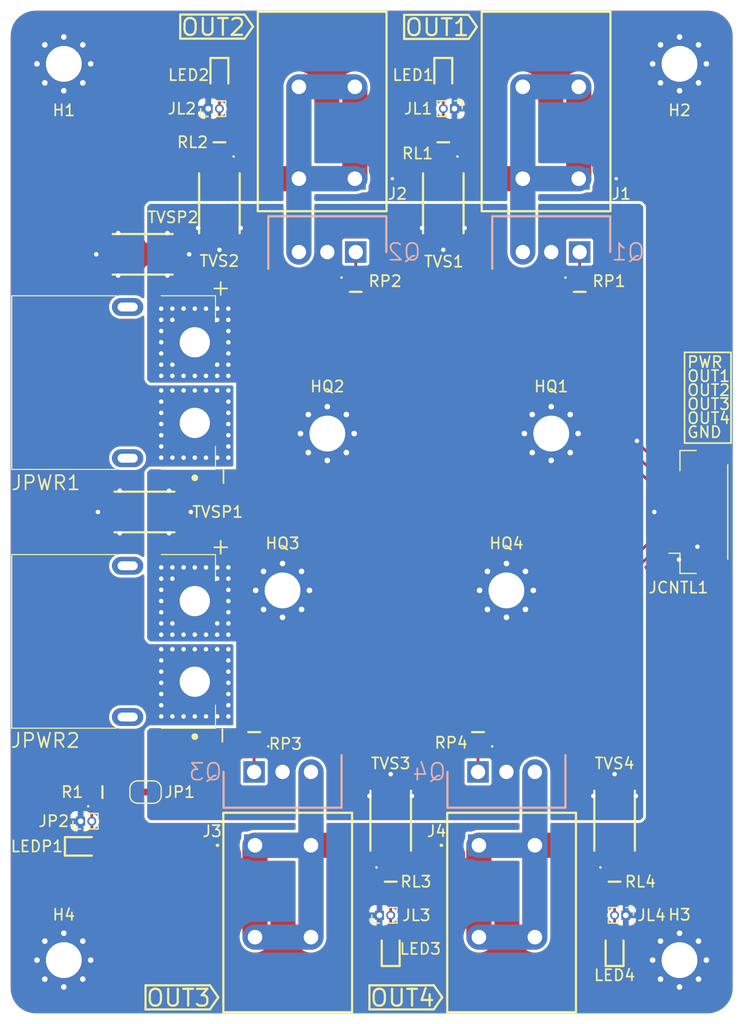
<source format=kicad_pcb>
(kicad_pcb (version 20211014) (generator pcbnew)
  (title_block (title "Solid State Relay 24 Volt by 4") (date "2022-09-02") (rev "0.0.1") (comment 2 "creativecommons.org/licenses/by/4.0/") (comment 3 "License: CC By 4.0") (comment 4 "Author: Michael Cummings"))
  (layers (0 "F.Cu" mixed) (31 "B.Cu" mixed) (34 "B.Paste" user) (35 "F.Paste" user) (36 "B.SilkS" user "B.Silkscreen") (37 "F.SilkS" user "F.Silkscreen") (38 "B.Mask" user) (39 "F.Mask" user) (44 "Edge.Cuts" user))
  (net 0 "")
  (net 1 "GNDPWR")
  (net 2 "+BATT")
  (net 3 "OUT1")
  (net 4 "OUT2")
  (net 5 "OUT3")
  (net 6 "OUT4")
  (net 7 "/a4")
  (net 8 "/a3")
  (net 9 "/a2")
  (net 10 "/a1")
  (net 11 "Net-(JL1-Pad2)")
  (net 12 "Net-(JL2-Pad2)")
  (net 13 "Net-(JL3-Pad2)")
  (net 14 "Net-(JL4-Pad2)")
  (net 15 "Net-(JP1-Pad2)")
  (net 16 "Net-(JP2-Pad2)")
  (footprint "dragon_mobile:LEDC1608X80N" (layer "F.Cu") (at 22.2 90.35)
    (fp_text reference "LEDP1" (at -4.1 0) (layer "F.SilkS"))
    (fp_text value "LTST-C190KGKT" hide)
    (pad "1" smd rect (at -0.8 0) (size 0.9 0.95) (layers "F.Cu" "F.Paste" "F.Mask") (net 1 "GNDPWR"))
    (pad "2" smd rect (at 0.8 0) (size 0.9 0.95) (layers "F.Cu" "F.Paste" "F.Mask") (net 16 "Net-(JP2-Pad2)"))
  )
  (footprint "dragon_mobile:RESC2012X65N" (layer "F.Cu") (at 66.58 40.85 -90)
    (fp_text reference "RP1" (at -0.95 -2.62) (layer "F.SilkS"))
    (fp_text value "10k" hide)
    (pad "1" smd rect (at -0.95 0 270) (size 1 1.4) (layers "F.Cu" "F.Paste" "F.Mask") (net 10 "/a1"))
    (pad "2" smd rect (at 0.95 0 270) (size 1 1.4) (layers "F.Cu" "F.Paste" "F.Mask") (net 2 "+BATT"))
  )
  (footprint "dragon_mobile:PinHeader_1x02_P1.00mm_Vertical" (layer "F.Cu") (at 22 88.1 90)
    (fp_text reference "JP2" (at 0 -2.4) (layer "F.SilkS"))
    (fp_text value "Conn_01x02" hide)
    (pad "1" thru_hole rect (at 0 0 90) (size 0.8 0.8) (drill 0.5) (layers *.Cu *.Mask) (net 1 "GNDPWR"))
    (pad "2" thru_hole circle (at 0 1 90) (size 0.8 0.8) (drill 0.5) (layers *.Cu *.Mask) (net 16 "Net-(JP2-Pad2)"))
  )
  (footprint "dragon_mobile:PinHeader_1x02_P1.00mm_Vertical" (layer "F.Cu") (at 33.4 24.5 90)
    (fp_text reference "JL2" (at 0 -2.35) (layer "F.SilkS"))
    (fp_text value "Conn_01x02" hide)
    (pad "1" thru_hole rect (at 0 0 90) (size 0.8 0.8) (drill 0.5) (layers *.Cu *.Mask) (net 1 "GNDPWR"))
    (pad "2" thru_hole circle (at 0 1 90) (size 0.8 0.8) (drill 0.5) (layers *.Cu *.Mask) (net 12 "Net-(JL2-Pad2)"))
  )
  (footprint "dragon_mobile:SMBJ36CATR" (layer "F.Cu") (at 69.7 88.05 -90)
    (fp_text reference "TVS4" (at -5.1 0) (layer "F.SilkS"))
    (fp_text value "SM6T33AY" hide)
    (pad "1" smd rect (at -2.2 0) (size 2.15 2.2) (layers "F.Cu" "F.Paste" "F.Mask") (net 2 "+BATT"))
    (pad "2" smd rect (at 2.2 0) (size 2.15 2.2) (layers "F.Cu" "F.Paste" "F.Mask") (net 6 "OUT4"))
  )
  (footprint "dragon_mobile:SMBJ36CATR" (layer "F.Cu") (at 34.4 32.95 90)
    (fp_text reference "TVS2" (at -5.15 0) (layer "F.SilkS"))
    (fp_text value "SM6T33AY" hide)
    (pad "1" smd rect (at -2.2 0 180) (size 2.15 2.2) (layers "F.Cu" "F.Paste" "F.Mask") (net 2 "+BATT"))
    (pad "2" smd rect (at 2.2 0 180) (size 2.15 2.2) (layers "F.Cu" "F.Paste" "F.Mask") (net 4 "OUT2"))
  )
  (footprint "dragon_mobile:SMBJ36CATR" (layer "F.Cu") (at 49.7 88.05 -90)
    (fp_text reference "TVS3" (at -5.1 0) (layer "F.SilkS"))
    (fp_text value "SM6T33AY" hide)
    (pad "1" smd rect (at -2.2 0) (size 2.15 2.2) (layers "F.Cu" "F.Paste" "F.Mask") (net 2 "+BATT"))
    (pad "2" smd rect (at 2.2 0) (size 2.15 2.2) (layers "F.Cu" "F.Paste" "F.Mask") (net 5 "OUT3"))
  )
  (footprint "Jumper:SolderJumper-2_P1.3mm_Bridged_RoundedPad1.0x1.5mm" (layer "F.Cu") (at 27.8 85.5 180)
    (fp_text reference "JP1" (at -3.05 0) (layer "F.SilkS"))
    (fp_text value "SolderJumper_2_Bridged" hide)
    (fp_poly (pts (xy 0.25 -0.3) (xy -0.25 -0.3) (xy -0.25 0.3) (xy 0.25 0.3)) (layer "F.Cu") (width 0) (fill solid))
    (pad "1" smd custom (at -0.65 0 180) (size 1 0.5) (layers "F.Cu" "F.Mask") (net 2 "+BATT") (options (clearance outline) (anchor rect)) (primitives (gr_circle (center 0 0.25) (end 0.5 0.25) (width 0) (fill yes)) (gr_circle (center 0 -0.25) (end 0.5 -0.25) (width 0) (fill yes)) (gr_poly (pts (xy 0.5 0.75) (xy 0 0.75) (xy 0 -0.75) (xy 0.5 -0.75)) (width 0) (fill yes))))
    (pad "2" smd custom (at 0.65 0 180) (size 1 0.5) (layers "F.Cu" "F.Mask") (net 15 "Net-(JP1-Pad2)") (options (clearance outline) (anchor rect)) (primitives (gr_circle (center 0 0.25) (end 0.5 0.25) (width 0) (fill yes)) (gr_circle (center 0 -0.25) (end 0.5 -0.25) (width 0) (fill yes)) (gr_poly (pts (xy 0 0.75) (xy -0.5 0.75) (xy -0.5 -0.75) (xy 0 -0.75)) (width 0) (fill yes))))
  )
  (footprint "dragon_mobile:LEDC1607X80N" (layer "F.Cu") (at 34.4 21.5 -90)
    (fp_text reference "LED2" (at 0 2.75) (layer "F.SilkS"))
    (fp_text value "LTST-C190KFKT" hide)
    (pad "1" smd rect (at -0.75 0) (size 0.85 0.9) (layers "F.Cu" "F.Paste" "F.Mask") (net 1 "GNDPWR"))
    (pad "2" smd rect (at 0.75 0) (size 0.85 0.9) (layers "F.Cu" "F.Paste" "F.Mask") (net 12 "Net-(JL2-Pad2)"))
  )
  (footprint "MountingHole:MountingHole_3.2mm_M3_Pad_Via" (layer "F.Cu") (at 40.04 67.5)
    (fp_text reference "HQ3" (at 0 -4.2) (layer "F.SilkS"))
    (fp_text value "HeatsinkHole" hide)
    (pad "1" thru_hole circle (at 0 2.4) (size 0.8 0.8) (drill 0.5) (layers *.Cu *.Mask) (net 2 "+BATT"))
    (pad "1" thru_hole circle (at -1.697056 1.697056) (size 0.8 0.8) (drill 0.5) (layers *.Cu *.Mask) (net 2 "+BATT"))
    (pad "1" thru_hole circle (at -1.697056 -1.697056) (size 0.8 0.8) (drill 0.5) (layers *.Cu *.Mask) (net 2 "+BATT"))
    (pad "1" thru_hole circle (at -2.4 0) (size 0.8 0.8) (drill 0.5) (layers *.Cu *.Mask) (net 2 "+BATT"))
    (pad "1" thru_hole circle (at 0 -2.4) (size 0.8 0.8) (drill 0.5) (layers *.Cu *.Mask) (net 2 "+BATT"))
    (pad "1" thru_hole circle (at 1.697056 -1.697056) (size 0.8 0.8) (drill 0.5) (layers *.Cu *.Mask) (net 2 "+BATT"))
    (pad "1" thru_hole circle (at 0 0) (size 6.4 6.4) (drill 3.2) (layers *.Cu *.Mask) (net 2 "+BATT"))
    (pad "1" thru_hole circle (at 1.697056 1.697056) (size 0.8 0.8) (drill 0.5) (layers *.Cu *.Mask) (net 2 "+BATT"))
    (pad "1" thru_hole circle (at 2.4 0) (size 0.8 0.8) (drill 0.5) (layers *.Cu *.Mask) (net 2 "+BATT"))
  )
  (footprint "dragon_mobile:RESC2012X65N" (layer "F.Cu") (at 54.4 27.5 90)
    (fp_text reference "RL1" (at -1 -2.3) (layer "F.SilkS"))
    (fp_text value "1k5" hide)
    (pad "1" smd rect (at -0.95 0 90) (size 1 1.4) (layers "F.Cu" "F.Paste" "F.Mask") (net 3 "OUT1"))
    (pad "2" smd rect (at 0.95 0 90) (size 1 1.4) (layers "F.Cu" "F.Paste" "F.Mask") (net 11 "Net-(JL1-Pad2)"))
  )
  (footprint "dragon_mobile:1190297" (layer "F.Cu") (at 37.58 90.25)
    (fp_text reference "J3" (at -3.83 -1.25) (layer "F.SilkS"))
    (fp_text value "1190297" hide)
    (pad "1" thru_hole rect (at 0 0) (size 1.95 1.95) (drill 1.3) (layers *.Cu *.Mask) (net 5 "OUT3"))
    (pad "2" thru_hole circle (at 0 8.2) (size 1.95 1.95) (drill 1.3) (layers *.Cu *.Mask) (net 5 "OUT3"))
    (pad "3" thru_hole circle (at 5 0) (size 1.95 1.95) (drill 1.3) (layers *.Cu *.Mask) (net 5 "OUT3"))
    (pad "4" thru_hole circle (at 5 8.2) (size 1.95 1.95) (drill 1.3) (layers *.Cu *.Mask) (net 5 "OUT3"))
  )
  (footprint "MountingHole:MountingHole_3.2mm_M3_Pad_Via" (layer "F.Cu") (at 20.5 20.5)
    (fp_text reference "H1" (at 0 4.15) (layer "F.SilkS"))
    (fp_text value "MountingHole" hide)
    (pad "1" thru_hole circle (at 1.697056 -1.697056) (size 0.8 0.8) (drill 0.5) (layers *.Cu *.Mask) (net 1 "GNDPWR"))
    (pad "1" thru_hole circle (at 0 2.4) (size 0.8 0.8) (drill 0.5) (layers *.Cu *.Mask) (net 1 "GNDPWR"))
    (pad "1" thru_hole circle (at 0 -2.4) (size 0.8 0.8) (drill 0.5) (layers *.Cu *.Mask) (net 1 "GNDPWR"))
    (pad "1" thru_hole circle (at 1.697056 1.697056) (size 0.8 0.8) (drill 0.5) (layers *.Cu *.Mask) (net 1 "GNDPWR"))
    (pad "1" thru_hole circle (at -2.4 0) (size 0.8 0.8) (drill 0.5) (layers *.Cu *.Mask) (net 1 "GNDPWR"))
    (pad "1" thru_hole circle (at -1.697056 1.697056) (size 0.8 0.8) (drill 0.5) (layers *.Cu *.Mask) (net 1 "GNDPWR"))
    (pad "1" thru_hole circle (at -1.697056 -1.697056) (size 0.8 0.8) (drill 0.5) (layers *.Cu *.Mask) (net 1 "GNDPWR"))
    (pad "1" thru_hole circle (at 2.4 0) (size 0.8 0.8) (drill 0.5) (layers *.Cu *.Mask) (net 1 "GNDPWR"))
    (pad "1" thru_hole circle (at 0 0) (size 6.4 6.4) (drill 3.2) (layers *.Cu *.Mask) (net 1 "GNDPWR"))
  )
  (footprint "dragon_mobile:RESC2012X65N" (layer "F.Cu") (at 23.95 85.5)
    (fp_text reference "R1" (at -2.7 0) (layer "F.SilkS"))
    (fp_text value "1k5" hide)
    (pad "1" smd rect (at -0.95 0) (size 1 1.4) (layers "F.Cu" "F.Paste" "F.Mask") (net 16 "Net-(JP2-Pad2)"))
    (pad "2" smd rect (at 0.95 0) (size 1 1.4) (layers "F.Cu" "F.Paste" "F.Mask") (net 15 "Net-(JP1-Pad2)"))
  )
  (footprint "dragon_mobile:RESC2012X65N" (layer "F.Cu") (at 46.58 40.85 -90)
    (fp_text reference "RP2" (at -0.95 -2.62) (layer "F.SilkS"))
    (fp_text value "10k" hide)
    (pad "1" smd rect (at -0.95 0 270) (size 1 1.4) (layers "F.Cu" "F.Paste" "F.Mask") (net 9 "/a2"))
    (pad "2" smd rect (at 0.95 0 270) (size 1 1.4) (layers "F.Cu" "F.Paste" "F.Mask") (net 2 "+BATT"))
  )
  (footprint "MountingHole:MountingHole_3.2mm_M3_Pad_Via" (layer "F.Cu") (at 44.04 53.5)
    (fp_text reference "HQ2" (at 0 -4.2) (layer "F.SilkS"))
    (fp_text value "HeatsinkHole" hide)
    (pad "1" thru_hole circle (at -2.4 0) (size 0.8 0.8) (drill 0.5) (layers *.Cu *.Mask) (net 2 "+BATT"))
    (pad "1" thru_hole circle (at 1.697056 -1.697056) (size 0.8 0.8) (drill 0.5) (layers *.Cu *.Mask) (net 2 "+BATT"))
    (pad "1" thru_hole circle (at 1.697056 1.697056) (size 0.8 0.8) (drill 0.5) (layers *.Cu *.Mask) (net 2 "+BATT"))
    (pad "1" thru_hole circle (at 0 -2.4) (size 0.8 0.8) (drill 0.5) (layers *.Cu *.Mask) (net 2 "+BATT"))
    (pad "1" thru_hole circle (at -1.697056 1.697056) (size 0.8 0.8) (drill 0.5) (layers *.Cu *.Mask) (net 2 "+BATT"))
    (pad "1" thru_hole circle (at -1.697056 -1.697056) (size 0.8 0.8) (drill 0.5) (layers *.Cu *.Mask) (net 2 "+BATT"))
    (pad "1" thru_hole circle (at 0 2.4) (size 0.8 0.8) (drill 0.5) (layers *.Cu *.Mask) (net 2 "+BATT"))
    (pad "1" thru_hole circle (at 0 0) (size 6.4 6.4) (drill 3.2) (layers *.Cu *.Mask) (net 2 "+BATT"))
    (pad "1" thru_hole circle (at 2.4 0) (size 0.8 0.8) (drill 0.5) (layers *.Cu *.Mask) (net 2 "+BATT"))
  )
  (footprint "Connector_JST:JST_GH_SM06B-GHS-TB_1x06-1MP_P1.25mm_Horizontal" (layer "F.Cu") (at 77.25 60.5 90)
    (fp_text reference "JCNTL1" (at -6.75 -1.85 180) (layer "F.SilkS"))
    (fp_text value "JST_GH_01x6_MountingPins" hide)
    (pad "1" smd roundrect (at -3.125 -1.85 90) (size 0.6 1.7) (layers "F.Cu" "F.Paste" "F.Mask") (net 1 "GNDPWR"))
    (pad "2" smd roundrect (at -1.875 -1.85 90) (size 0.6 1.7) (layers "F.Cu" "F.Paste" "F.Mask") (net 7 "/a4"))
    (pad "3" smd roundrect (at -0.625 -1.85 90) (size 0.6 1.7) (layers "F.Cu" "F.Paste" "F.Mask") (net 8 "/a3"))
    (pad "4" smd roundrect (at 0.625 -1.85 90) (size 0.6 1.7) (layers "F.Cu" "F.Paste" "F.Mask") (net 9 "/a2"))
    (pad "5" smd roundrect (at 1.875 -1.85 90) (size 0.6 1.7) (layers "F.Cu" "F.Paste" "F.Mask") (net 10 "/a1"))
    (pad "6" smd roundrect (at 3.125 -1.85 90) (size 0.6 1.7) (layers "F.Cu" "F.Paste" "F.Mask") (net 2 "+BATT"))
    (pad "MP" smd roundrect (at 4.975 1.35 90) (size 1 2.7) (layers "F.Cu" "F.Paste" "F.Mask") (net 1 "GNDPWR"))
    (pad "MP" smd roundrect (at -4.975 1.35 90) (size 1 2.7) (layers "F.Cu" "F.Paste" "F.Mask") (net 1 "GNDPWR"))
  )
  (footprint "dragon_mobile:RESC2012X65N" (layer "F.Cu") (at 57.5 80.15 90)
    (fp_text reference "RP4" (at -0.95 -2.4) (layer "F.SilkS"))
    (fp_text value "10k" hide)
    (pad "1" smd rect (at -0.95 0 90) (size 1 1.4) (layers "F.Cu" "F.Paste" "F.Mask") (net 7 "/a4"))
    (pad "2" smd rect (at 0.95 0 90) (size 1 1.4) (layers "F.Cu" "F.Paste" "F.Mask") (net 2 "+BATT"))
  )
  (footprint "dragon_mobile:XT60PWM" (layer "F.Cu") (at 32.2 48.95 90)
    (fp_text reference "JPWR1" (at -8.95 -13.3) (layer "F.SilkS") (effects (font (size 1.27 1.27))))
    (fp_text value "XT60PW-M" hide)
    (fp_text user "-" (at -8.4 2.45 90 unlocked) (layer "F.SilkS") (effects (font (size 1.5 1.5))))
    (fp_text user "+" (at 8.4 2.2 90 unlocked) (layer "F.SilkS") (effects (font (size 1.5 1.5))))
    (pad "" np_thru_hole oval (at -6.75 -6 90) (size 1.6 2.8) (drill oval 0.8 1.8) (layers F&B.Cu *.Mask))
    (pad "" np_thru_hole oval (at 6.75 -6 90) (size 1.6 2.8) (drill oval 0.8 1.8) (layers F&B.Cu *.Mask))
    (pad "N" thru_hole rect (at -3.6 0 90) (size 4.05 4.05) (drill 2.7) (layers *.Cu *.Mask) (net 1 "GNDPWR"))
    (pad "P" thru_hole circle (at 3.6 0 90) (size 4.05 4.05) (drill 2.7) (layers *.Cu *.Mask) (net 2 "+BATT"))
  )
  (footprint "dragon_mobile:RESC2012X65N" (layer "F.Cu") (at 69.7 93.5 -90)
    (fp_text reference "RL4" (at 0 -2.3) (layer "F.SilkS"))
    (fp_text value "1k5" hide)
    (pad "1" smd rect (at -0.95 0 270) (size 1 1.4) (layers "F.Cu" "F.Paste" "F.Mask") (net 6 "OUT4"))
    (pad "2" smd rect (at 0.95 0 270) (size 1 1.4) (layers "F.Cu" "F.Paste" "F.Mask") (net 14 "Net-(JL4-Pad2)"))
  )
  (footprint "MountingHole:MountingHole_3.2mm_M3_Pad_Via" (layer "F.Cu") (at 64.04 53.5)
    (fp_text reference "HQ1" (at 0 -4.2) (layer "F.SilkS"))
    (fp_text value "HeatsinkHole" hide)
    (pad "1" thru_hole circle (at 0 2.4) (size 0.8 0.8) (drill 0.5) (layers *.Cu *.Mask) (net 2 "+BATT"))
    (pad "1" thru_hole circle (at -1.697056 1.697056) (size 0.8 0.8) (drill 0.5) (layers *.Cu *.Mask) (net 2 "+BATT"))
    (pad "1" thru_hole circle (at 1.697056 1.697056) (size 0.8 0.8) (drill 0.5) (layers *.Cu *.Mask) (net 2 "+BATT"))
    (pad "1" thru_hole circle (at -1.697056 -1.697056) (size 0.8 0.8) (drill 0.5) (layers *.Cu *.Mask) (net 2 "+BATT"))
    (pad "1" thru_hole circle (at 0 -2.4) (size 0.8 0.8) (drill 0.5) (layers *.Cu *.Mask) (net 2 "+BATT"))
    (pad "1" thru_hole circle (at -2.4 0) (size 0.8 0.8) (drill 0.5) (layers *.Cu *.Mask) (net 2 "+BATT"))
    (pad "1" thru_hole circle (at 1.697056 -1.697056) (size 0.8 0.8) (drill 0.5) (layers *.Cu *.Mask) (net 2 "+BATT"))
    (pad "1" thru_hole circle (at 2.4 0) (size 0.8 0.8) (drill 0.5) (layers *.Cu *.Mask) (net 2 "+BATT"))
    (pad "1" thru_hole circle (at 0 0) (size 6.4 6.4) (drill 3.2) (layers *.Cu *.Mask) (net 2 "+BATT"))
  )
  (footprint "dragon_mobile:PinHeader_1x02_P1.00mm_Vertical" (layer "F.Cu") (at 70.7 96.5 -90)
    (fp_text reference "JL4" (at 0 -2.3) (layer "F.SilkS"))
    (fp_text value "Conn_01x02" hide)
    (pad "1" thru_hole rect (at 0 0 270) (size 0.8 0.8) (drill 0.5) (layers *.Cu *.Mask) (net 1 "GNDPWR"))
    (pad "2" thru_hole circle (at 0 1 270) (size 0.8 0.8) (drill 0.5) (layers *.Cu *.Mask) (net 14 "Net-(JL4-Pad2)"))
  )
  (footprint "MountingHole:MountingHole_3.2mm_M3_Pad_Via" (layer "F.Cu") (at 60.04 67.5)
    (fp_text reference "HQ4" (at 0 -4.2) (layer "F.SilkS"))
    (fp_text value "HeatsinkHole" hide)
    (pad "1" thru_hole circle (at 1.697056 -1.697056) (size 0.8 0.8) (drill 0.5) (layers *.Cu *.Mask) (net 2 "+BATT"))
    (pad "1" thru_hole circle (at 0 0) (size 6.4 6.4) (drill 3.2) (layers *.Cu *.Mask) (net 2 "+BATT"))
    (pad "1" thru_hole circle (at 1.697056 1.697056) (size 0.8 0.8) (drill 0.5) (layers *.Cu *.Mask) (net 2 "+BATT"))
    (pad "1" thru_hole circle (at 0 2.4) (size 0.8 0.8) (drill 0.5) (layers *.Cu *.Mask) (net 2 "+BATT"))
    (pad "1" thru_hole circle (at -1.697056 -1.697056) (size 0.8 0.8) (drill 0.5) (layers *.Cu *.Mask) (net 2 "+BATT"))
    (pad "1" thru_hole circle (at -1.697056 1.697056) (size 0.8 0.8) (drill 0.5) (layers *.Cu *.Mask) (net 2 "+BATT"))
    (pad "1" thru_hole circle (at 0 -2.4) (size 0.8 0.8) (drill 0.5) (layers *.Cu *.Mask) (net 2 "+BATT"))
    (pad "1" thru_hole circle (at 2.4 0) (size 0.8 0.8) (drill 0.5) (layers *.Cu *.Mask) (net 2 "+BATT"))
    (pad "1" thru_hole circle (at -2.4 0) (size 0.8 0.8) (drill 0.5) (layers *.Cu *.Mask) (net 2 "+BATT"))
  )
  (footprint "MountingHole:MountingHole_3.2mm_M3_Pad_Via" (layer "F.Cu") (at 20.5 100.5)
    (fp_text reference "H4" (at 0 -4.05) (layer "F.SilkS"))
    (fp_text value "MountingHole" hide)
    (pad "1" thru_hole circle (at 1.697056 -1.697056) (size 0.8 0.8) (drill 0.5) (layers *.Cu *.Mask) (net 1 "GNDPWR"))
    (pad "1" thru_hole circle (at -1.697056 -1.697056) (size 0.8 0.8) (drill 0.5) (layers *.Cu *.Mask) (net 1 "GNDPWR"))
    (pad "1" thru_hole circle (at 2.4 0) (size 0.8 0.8) (drill 0.5) (layers *.Cu *.Mask) (net 1 "GNDPWR"))
    (pad "1" thru_hole circle (at -2.4 0) (size 0.8 0.8) (drill 0.5) (layers *.Cu *.Mask) (net 1 "GNDPWR"))
    (pad "1" thru_hole circle (at 0 0) (size 6.4 6.4) (drill 3.2) (layers *.Cu *.Mask) (net 1 "GNDPWR"))
    (pad "1" thru_hole circle (at 0 -2.4) (size 0.8 0.8) (drill 0.5) (layers *.Cu *.Mask) (net 1 "GNDPWR"))
    (pad "1" thru_hole circle (at 0 2.4) (size 0.8 0.8) (drill 0.5) (layers *.Cu *.Mask) (net 1 "GNDPWR"))
    (pad "1" thru_hole circle (at 1.697056 1.697056) (size 0.8 0.8) (drill 0.5) (layers *.Cu *.Mask) (net 1 "GNDPWR"))
    (pad "1" thru_hole circle (at -1.697056 1.697056) (size 0.8 0.8) (drill 0.5) (layers *.Cu *.Mask) (net 1 "GNDPWR"))
  )
  (footprint "dragon_mobile:SMBJ36CATR" (layer "F.Cu") (at 27.7 60.5 180)
    (fp_text reference "TVSP1" (at -6.55 0) (layer "F.SilkS"))
    (fp_text value "SM6T33AY" hide)
    (pad "1" smd rect (at -2.2 0 270) (size 2.15 2.2) (layers "F.Cu" "F.Paste" "F.Mask") (net 2 "+BATT"))
    (pad "2" smd rect (at 2.2 0 270) (size 2.15 2.2) (layers "F.Cu" "F.Paste" "F.Mask") (net 1 "GNDPWR"))
  )
  (footprint "dragon_mobile:RESC2012X65N" (layer "F.Cu") (at 49.7 93.5 -90)
    (fp_text reference "RL3" (at 0 -2.25) (layer "F.SilkS"))
    (fp_text value "1k5" hide)
    (pad "1" smd rect (at -0.95 0 270) (size 1 1.4) (layers "F.Cu" "F.Paste" "F.Mask") (net 5 "OUT3"))
    (pad "2" smd rect (at 0.95 0 270) (size 1 1.4) (layers "F.Cu" "F.Paste" "F.Mask") (net 13 "Net-(JL3-Pad2)"))
  )
  (footprint "dragon_mobile:1190297" (layer "F.Cu") (at 57.58 90.25)
    (fp_text reference "J4" (at -3.78 -1.25) (layer "F.SilkS"))
    (fp_text value "1190297" hide)
    (pad "1" thru_hole rect (at 0 0) (size 1.95 1.95) (drill 1.3) (layers *.Cu *.Mask) (net 6 "OUT4"))
    (pad "2" thru_hole circle (at 0 8.2) (size 1.95 1.95) (drill 1.3) (layers *.Cu *.Mask) (net 6 "OUT4"))
    (pad "3" thru_hole circle (at 5 0) (size 1.95 1.95) (drill 1.3) (layers *.Cu *.Mask) (net 6 "OUT4"))
    (pad "4" thru_hole circle (at 5 8.2) (size 1.95 1.95) (drill 1.3) (layers *.Cu *.Mask) (net 6 "OUT4"))
  )
  (footprint "dragon_mobile:1190297" (layer "F.Cu") (at 66.5 30.75 180)
    (fp_text reference "J1" (at -3.8 -1.35) (layer "F.SilkS"))
    (fp_text value "1190297" hide)
    (pad "1" thru_hole rect (at 0 0 180) (size 1.95 1.95) (drill 1.3) (layers *.Cu *.Mask) (net 3 "OUT1"))
    (pad "2" thru_hole circle (at 0 8.2 180) (size 1.95 1.95) (drill 1.3) (layers *.Cu *.Mask) (net 3 "OUT1"))
    (pad "3" thru_hole circle (at 5 0 180) (size 1.95 1.95) (drill 1.3) (layers *.Cu *.Mask) (net 3 "OUT1"))
    (pad "4" thru_hole circle (at 5 8.2 180) (size 1.95 1.95) (drill 1.3) (layers *.Cu *.Mask) (net 3 "OUT1"))
  )
  (footprint "dragon_mobile:LEDC1607X80N" (layer "F.Cu") (at 54.4 21.5 -90)
    (fp_text reference "LED1" (at 0 2.7) (layer "F.SilkS"))
    (fp_text value "LTST-C190KFKT" hide)
    (pad "1" smd rect (at -0.75 0) (size 0.85 0.9) (layers "F.Cu" "F.Paste" "F.Mask") (net 1 "GNDPWR"))
    (pad "2" smd rect (at 0.75 0) (size 0.85 0.9) (layers "F.Cu" "F.Paste" "F.Mask") (net 11 "Net-(JL1-Pad2)"))
  )
  (footprint "dragon_mobile:LEDC1607X80N" (layer "F.Cu") (at 69.7 99.5 90)
    (fp_text reference "LED4" (at -2.35 0) (layer "F.SilkS"))
    (fp_text value "LTST-C190KFKT" hide)
    (pad "1" smd rect (at -0.75 0 180) (size 0.85 0.9) (layers "F.Cu" "F.Paste" "F.Mask") (net 1 "GNDPWR"))
    (pad "2" smd rect (at 0.75 0 180) (size 0.85 0.9) (layers "F.Cu" "F.Paste" "F.Mask") (net 14 "Net-(JL4-Pad2)"))
  )
  (footprint "dragon_mobile:PinHeader_1x02_P1.00mm_Vertical" (layer "F.Cu") (at 48.7 96.5 90)
    (fp_text reference "JL3" (at 0 3.3) (layer "F.SilkS"))
    (fp_text value "Conn_01x02" hide)
    (pad "1" thru_hole rect (at 0 0 90) (size 0.8 0.8) (drill 0.5) (layers *.Cu *.Mask) (net 1 "GNDPWR"))
    (pad "2" thru_hole circle (at 0 1 90) (size 0.8 0.8) (drill 0.5) (layers *.Cu *.Mask) (net 13 "Net-(JL3-Pad2)"))
  )
  (footprint "dragon_mobile:RESC2012X65N" (layer "F.Cu") (at 37.5 80.15 90)
    (fp_text reference "RP3" (at -1.05 2.8) (layer "F.SilkS"))
    (fp_text value "10k" hide)
    (pad "1" smd rect (at -0.95 0 90) (size 1 1.4) (layers "F.Cu" "F.Paste" "F.Mask") (net 8 "/a3"))
    (pad "2" smd rect (at 0.95 0 90) (size 1 1.4) (layers "F.Cu" "F.Paste" "F.Mask") (net 2 "+BATT"))
  )
  (footprint "MountingHole:MountingHole_3.2mm_M3_Pad_Via" (layer "F.Cu") (at 75.5 20.5)
    (fp_text reference "H2" (at 0 4.15) (layer "F.SilkS"))
    (fp_text value "MountingHole" hide)
    (pad "1" thru_hole circle (at -1.697056 1.697056) (size 0.8 0.8) (drill 0.5) (layers *.Cu *.Mask) (net 1 "GNDPWR"))
    (pad "1" thru_hole circle (at 0 -2.4) (size 0.8 0.8) (drill 0.5) (layers *.Cu *.Mask) (net 1 "GNDPWR"))
    (pad "1" thru_hole circle (at -1.697056 -1.697056) (size 0.8 0.8) (drill 0.5) (layers *.Cu *.Mask) (net 1 "GNDPWR"))
    (pad "1" thru_hole circle (at 0 2.4) (size 0.8 0.8) (drill 0.5) (layers *.Cu *.Mask) (net 1 "GNDPWR"))
    (pad "1" thru_hole circle (at 1.697056 -1.697056) (size 0.8 0.8) (drill 0.5) (layers *.Cu *.Mask) (net 1 "GNDPWR"))
    (pad "1" thru_hole circle (at 2.4 0) (size 0.8 0.8) (drill 0.5) (layers *.Cu *.Mask) (net 1 "GNDPWR"))
    (pad "1" thru_hole circle (at 0 0) (size 6.4 6.4) (drill 3.2) (layers *.Cu *.Mask) (net 1 "GNDPWR"))
    (pad "1" thru_hole circle (at -2.4 0) (size 0.8 0.8) (drill 0.5) (layers *.Cu *.Mask) (net 1 "GNDPWR"))
    (pad "1" thru_hole circle (at 1.697056 1.697056) (size 0.8 0.8) (drill 0.5) (layers *.Cu *.Mask) (net 1 "GNDPWR"))
  )
  (footprint "dragon_mobile:PinHeader_1x02_P1.00mm_Vertical" (layer "F.Cu") (at 55.4 24.5 -90)
    (fp_text reference "JL1" (at 0 3.25) (layer "F.SilkS"))
    (fp_text value "Conn_01x02" hide)
    (pad "1" thru_hole rect (at 0 0 270) (size 0.8 0.8) (drill 0.5) (layers *.Cu *.Mask) (net 1 "GNDPWR"))
    (pad "2" thru_hole circle (at 0 1 270) (size 0.8 0.8) (drill 0.5) (layers *.Cu *.Mask) (net 11 "Net-(JL1-Pad2)"))
  )
  (footprint "dragon_mobile:RESC2012X65N" (layer "F.Cu") (at 34.4 27.5 90)
    (fp_text reference "RL2" (at 0 -2.4) (layer "F.SilkS"))
    (fp_text value "1k5" hide)
    (pad "1" smd rect (at -0.95 0 90) (size 1 1.4) (layers "F.Cu" "F.Paste" "F.Mask") (net 4 "OUT2"))
    (pad "2" smd rect (at 0.95 0 90) (size 1 1.4) (layers "F.Cu" "F.Paste" "F.Mask") (net 12 "Net-(JL2-Pad2)"))
  )
  (footprint "dragon_mobile:SMBJ36CATR" (layer "F.Cu") (at 27.55 37.5 180)
    (fp_text reference "TVSP2" (at -2.7 3.3) (layer "F.SilkS"))
    (fp_text value "SM6T33AY" hide)
    (pad "1" smd rect (at -2.2 0 270) (size 2.15 2.2) (layers "F.Cu" "F.Paste" "F.Mask") (net 2 "+BATT"))
    (pad "2" smd rect (at 2.2 0 270) (size 2.15 2.2) (layers "F.Cu" "F.Paste" "F.Mask") (net 1 "GNDPWR"))
  )
  (footprint "dragon_mobile:LEDC1607X80N" (layer "F.Cu") (at 49.7 99.5 90)
    (fp_text reference "LED3" (at 0 2.65) (layer "F.SilkS"))
    (fp_text value "LTST-C190KFKT" hide)
    (pad "1" smd rect (at -0.75 0 180) (size 0.85 0.9) (layers "F.Cu" "F.Paste" "F.Mask") (net 1 "GNDPWR"))
    (pad "2" smd rect (at 0.75 0 180) (size 0.85 0.9) (layers "F.Cu" "F.Paste" "F.Mask") (net 13 "Net-(JL3-Pad2)"))
  )
  (footprint "dragon_mobile:XT60PWM" (layer "F.Cu") (at 32.2 72.05 90)
    (fp_text reference "JPWR2" (at -8.85 -13.35) (layer "F.SilkS") (effects (font (size 1.27 1.27))))
    (fp_text value "XT60PW-M" hide)
    (fp_text user "+" (at 8.4 2.2 90 unlocked) (layer "F.SilkS") (effects (font (size 1.5 1.5))))
    (fp_text user "-" (at -8.4 2.35 90 unlocked) (layer "F.SilkS") (effects (font (size 1.5 1.5))))
    (pad "" np_thru_hole oval (at -6.75 -6 90) (size 1.6 2.8) (drill oval 0.8 1.8) (layers F&B.Cu *.Mask))
    (pad "" np_thru_hole oval (at 6.75 -6 90) (size 1.6 2.8) (drill oval 0.8 1.8) (layers F&B.Cu *.Mask))
    (pad "N" thru_hole rect (at -3.6 0 90) (size 4.05 4.05) (drill 2.7) (layers *.Cu *.Mask) (net 1 "GNDPWR"))
    (pad "P" thru_hole circle (at 3.6 0 90) (size 4.05 4.05) (drill 2.7) (layers *.Cu *.Mask) (net 2 "+BATT"))
  )
  (footprint "dragon_mobile:SMBJ36CATR" (layer "F.Cu") (at 54.4 32.95 90)
    (fp_text reference "TVS1" (at -5.2 0.05) (layer "F.SilkS"))
    (fp_text value "SM6T33AY" hide)
    (pad "1" smd rect (at -2.2 0 180) (size 2.15 2.2) (layers "F.Cu" "F.Paste" "F.Mask") (net 2 "+BATT"))
    (pad "2" smd rect (at 2.2 0 180) (size 2.15 2.2) (layers "F.Cu" "F.Paste" "F.Mask") (net 3 "OUT1"))
  )
  (footprint "dragon_mobile:1190297" (layer "F.Cu") (at 46.5 30.75 180)
    (fp_text reference "J2" (at -3.8 -1.35) (layer "F.SilkS"))
    (fp_text value "1190297" hide)
    (pad "1" thru_hole rect (at 0 0 180) (size 1.95 1.95) (drill 1.3) (layers *.Cu *.Mask) (net 4 "OUT2"))
    (pad "2" thru_hole circle (at 0 8.2 180) (size 1.95 1.95) (drill 1.3) (layers *.Cu *.Mask) (net 4 "OUT2"))
    (pad "3" thru_hole circle (at 5 0 180) (size 1.95 1.95) (drill 1.3) (layers *.Cu *.Mask) (net 4 "OUT2"))
    (pad "4" thru_hole circle (at 5 8.2 180) (size 1.95 1.95) (drill 1.3) (layers *.Cu *.Mask) (net 4 "OUT2"))
  )
  (footprint "MountingHole:MountingHole_3.2mm_M3_Pad_Via" (layer "F.Cu") (at 75.5 100.5)
    (fp_text reference "H3" (at 0 -4.05) (layer "F.SilkS"))
    (fp_text value "MountingHole" hide)
    (pad "1" thru_hole circle (at 0 2.4) (size 0.8 0.8) (drill 0.5) (layers *.Cu *.Mask) (net 1 "GNDPWR"))
    (pad "1" thru_hole circle (at 1.697056 -1.697056) (size 0.8 0.8) (drill 0.5) (layers *.Cu *.Mask) (net 1 "GNDPWR"))
    (pad "1" thru_hole circle (at 2.4 0) (size 0.8 0.8) (drill 0.5) (layers *.Cu *.Mask) (net 1 "GNDPWR"))
    (pad "1" thru_hole circle (at 1.697056 1.697056) (size 0.8 0.8) (drill 0.5) (layers *.Cu *.Mask) (net 1 "GNDPWR"))
    (pad "1" thru_hole circle (at -1.697056 -1.697056) (size 0.8 0.8) (drill 0.5) (layers *.Cu *.Mask) (net 1 "GNDPWR"))
    (pad "1" thru_hole circle (at -1.697056 1.697056) (size 0.8 0.8) (drill 0.5) (layers *.Cu *.Mask) (net 1 "GNDPWR"))
    (pad "1" thru_hole circle (at 0 -2.4) (size 0.8 0.8) (drill 0.5) (layers *.Cu *.Mask) (net 1 "GNDPWR"))
    (pad "1" thru_hole circle (at 0 0) (size 6.4 6.4) (drill 3.2) (layers *.Cu *.Mask) (net 1 "GNDPWR"))
    (pad "1" thru_hole circle (at -2.4 0) (size 0.8 0.8) (drill 0.5) (layers *.Cu *.Mask) (net 1 "GNDPWR"))
  )
  (footprint "dragon_mobile:TO254P469X1042X1967-3P" (layer "B.Cu") (at 66.58 37.3 180)
    (fp_text reference "Q1" (at -4.32 0) (layer "B.SilkS") (effects (font (size 1.5 1.5)) (justify mirror)))
    (fp_text value "IRF4905PBF" hide)
    (pad "1" thru_hole rect (at 0 0 180) (size 1.92 1.92) (drill 1.28) (layers *.Cu *.Mask) (net 10 "/a1"))
    (pad "2" thru_hole circle (at 2.54 0 180) (size 1.92 1.92) (drill 1.28) (layers *.Cu *.Mask) (net 2 "+BATT"))
    (pad "3" thru_hole circle (at 5.08 0 180) (size 1.92 1.92) (drill 1.28) (layers *.Cu *.Mask) (net 3 "OUT1"))
  )
  (footprint "dragon_mobile:TO254P469X1042X1967-3P" (layer "B.Cu") (at 37.5 83.7)
    (fp_text reference "Q3" (at -4.35 0) (layer "B.SilkS") (effects (font (size 1.5 1.5)) (justify mirror)))
    (fp_text value "IRF4905PBF" hide)
    (pad "1" thru_hole rect (at 0 0) (size 1.92 1.92) (drill 1.28) (layers *.Cu *.Mask) (net 8 "/a3"))
    (pad "2" thru_hole circle (at 2.54 0) (size 1.92 1.92) (drill 1.28) (layers *.Cu *.Mask) (net 2 "+BATT"))
    (pad "3" thru_hole circle (at 5.08 0) (size 1.92 1.92) (drill 1.28) (layers *.Cu *.Mask) (net 5 "OUT3"))
  )
  (footprint "dragon_mobile:TO254P469X1042X1967-3P" (layer "B.Cu") (at 46.58 37.3 180)
    (fp_text reference "Q2" (at -4.32 0) (layer "B.SilkS") (effects (font (size 1.5 1.5)) (justify mirror)))
    (fp_text value "IRF4905PBF" hide)
    (pad "1" thru_hole rect (at 0 0 180) (size 1.92 1.92) (drill 1.28) (layers *.Cu *.Mask) (net 9 "/a2"))
    (pad "2" thru_hole circle (at 2.54 0 180) (size 1.92 1.92) (drill 1.28) (layers *.Cu *.Mask) (net 2 "+BATT"))
    (pad "3" thru_hole circle (at 5.08 0 180) (size 1.92 1.92) (drill 1.28) (layers *.Cu *.Mask) (net 4 "OUT2"))
  )
  (footprint "dragon_mobile:TO254P469X1042X1967-3P" (layer "B.Cu") (at 57.5 83.7)
    (fp_text reference "Q4" (at -4.35 0) (layer "B.SilkS") (effects (font (size 1.5 1.5)) (justify mirror)))
    (fp_text value "IRF4905PBF" hide)
    (pad "1" thru_hole rect (at 0 0) (size 1.92 1.92) (drill 1.28) (layers *.Cu *.Mask) (net 7 "/a4"))
    (pad "2" thru_hole circle (at 2.54 0) (size 1.92 1.92) (drill 1.28) (layers *.Cu *.Mask) (net 2 "+BATT"))
    (pad "3" thru_hole circle (at 5.08 0) (size 1.92 1.92) (drill 1.28) (layers *.Cu *.Mask) (net 6 "OUT4"))
  )
  (gr_line (start 50.9 16.125) (end 56.65 16.125) (layer "F.SilkS") (width 0.2))
  (gr_line (start 56.65 16.125) (end 57.4 17.2) (layer "F.SilkS") (width 0.2))
  (gr_line (start 30.9 16.1) (end 36.65 16.1) (layer "F.SilkS") (width 0.2))
  (gr_line (start 47.8 102.75) (end 47.8 104.9) (layer "F.SilkS") (width 0.2))
  (gr_line (start 34.3 103.825) (end 33.55 104.9) (layer "F.SilkS") (width 0.2))
  (gr_line (start 30.9 16.1) (end 30.9 18.25) (layer "F.SilkS") (width 0.2))
  (gr_line (start 53.55 104.9) (end 47.8 104.9) (layer "F.SilkS") (width 0.2))
  (gr_line (start 53.55 102.75) (end 54.3 103.825) (layer "F.SilkS") (width 0.2))
  (gr_line (start 36.65 16.1) (end 37.4 17.175) (layer "F.SilkS") (width 0.2))
  (gr_line (start 50.9 16.125) (end 50.9 18.275) (layer "F.SilkS") (width 0.2))
  (gr_rect (start 75.95 46.25) (end 80.1 54.35) (layer "F.SilkS") (width 0.15) (fill none))
  (gr_line (start 57.4 17.2) (end 56.65 18.275) (layer "F.SilkS") (width 0.2))
  (gr_line (start 56.65 18.275) (end 50.9 18.275) (layer "F.SilkS") (width 0.2))
  (gr_line (start 27.8 102.75) (end 33.55 102.75) (layer "F.SilkS") (width 0.2))
  (gr_line (start 27.8 102.75) (end 27.8 104.9) (layer "F.SilkS") (width 0.2))
  (gr_line (start 36.65 18.25) (end 30.9 18.25) (layer "F.SilkS") (width 0.2))
  (gr_line (start 54.3 103.825) (end 53.55 104.9) (layer "F.SilkS") (width 0.2))
  (gr_line (start 33.55 102.75) (end 34.3 103.825) (layer "F.SilkS") (width 0.2))
  (gr_line (start 37.4 17.175) (end 36.65 18.25) (layer "F.SilkS") (width 0.2))
  (gr_line (start 47.8 102.75) (end 53.55 102.75) (layer "F.SilkS") (width 0.2))
  (gr_line (start 33.55 104.9) (end 27.8 104.9) (layer "F.SilkS") (width 0.2))
  (gr_arc (start 18 105.5) (mid 16.232233 104.767767) (end 15.5 103) (layer "Edge.Cuts") (width 0.001))
  (gr_arc (start 80.5 103) (mid 79.767767 104.767767) (end 78 105.5) (layer "Edge.Cuts") (width 0.001))
  (gr_line (start 80.5 18) (end 80.5 103) (layer "Edge.Cuts") (width 0.001))
  (gr_arc (start 15.5 18) (mid 16.232233 16.232233) (end 18 15.5) (layer "Edge.Cuts") (width 0.001))
  (gr_line (start 18 15.5) (end 78 15.5) (layer "Edge.Cuts") (width 0.001))
  (gr_line (start 80.5 15.5) (end 80.5 15.5) (layer "Edge.Cuts") (width 0.001))
  (gr_line (start 78 105.5) (end 18 105.5) (layer "Edge.Cuts") (width 0.001))
  (gr_arc (start 78 15.5) (mid 79.767767 16.232233) (end 80.5 18) (layer "Edge.Cuts") (width 0.001))
  (gr_line (start 15.5 103) (end 15.5 18) (layer "Edge.Cuts") (width 0.001))
  (gr_text "OUT3" (at 30.75 103.875) (layer "F.SilkS") (effects (font (size 1.5 1.5) (thickness 0.2))))
  (gr_text "OUT1" (at 53.85 17.25) (layer "F.SilkS") (effects (font (size 1.5 1.5) (thickness 0.2))))
  (gr_text "OUT1" (at 76.1 48.375) (layer "F.SilkS") (effects (font (size 1 1)) (justify left)))
  (gr_text "PWR" (at 76.1 47.125) (layer "F.SilkS") (effects (font (size 1 1)) (justify left)))
  (gr_text "OUT2" (at 76.1 49.625) (layer "F.SilkS") (effects (font (size 1 1)) (justify left)))
  (gr_text "OUT4" (at 76.1 52.125) (layer "F.SilkS") (effects (font (size 1 1)) (justify left)))
  (gr_text "GND" (at 76.1 53.375) (layer "F.SilkS") (effects (font (size 1 1)) (justify left)))
  (gr_text "OUT2" (at 33.85 17.225) (layer "F.SilkS") (effects (font (size 1.5 1.5) (thickness 0.2))))
  (gr_text "OUT3" (at 76.1 50.875) (layer "F.SilkS") (effects (font (size 1 1)) (justify left)))
  (gr_text "OUT4" (at 50.75 103.875) (layer "F.SilkS") (effects (font (size 1.5 1.5) (thickness 0.2))))
  (via (at 29.2 51.65) (size 0.8) (drill 0.4) (layers "F.Cu" "B.Cu") (net 1))
  (via (at 32.2 78.75) (size 0.8) (drill 0.4) (layers "F.Cu" "B.Cu") (net 1))
  (via (at 34.2 55.65) (size 0.8) (drill 0.4) (layers "F.Cu" "B.Cu") (net 1))
  (via (at 25.5 58.6) (size 0.8) (drill 0.4) (layers "F.Cu" "B.Cu") (net 1))
  (via (at 35.2 51.65) (size 0.8) (drill 0.4) (layers "F.Cu" "B.Cu") (net 1))
  (via (at 35.2 77.75) (size 0.8) (drill 0.4) (layers "F.Cu" "B.Cu") (net 1))
  (via (at 32.2 55.65) (size 0.8) (drill 0.4) (layers "F.Cu" "B.Cu") (net 1))
  (via (at 29.2 77.75) (size 0.8) (drill 0.4) (layers "F.Cu" "B.Cu") (net 1))
  (via (at 32.2 49.65) (size 0.8) (drill 0.4) (layers "F.Cu" "B.Cu") (net 1))
  (via (at 30.2 55.65) (size 0.8) (drill 0.4) (layers "F.Cu" "B.Cu") (net 1))
  (via (at 35.2 72.75) (size 0.8) (drill 0.4) (layers "F.Cu" "B.Cu") (net 1))
  (via (at 29.2 50.65) (size 0.8) (drill 0.4) (layers "F.Cu" "B.Cu") (net 1))
  (via (at 29.2 49.65) (size 0.8) (drill 0.4) (layers "F.Cu" "B.Cu") (net 1))
  (via (at 33.2 78.75) (size 0.8) (drill 0.4) (layers "F.Cu" "B.Cu") (net 1))
  (via (at 29.2 73.75) (size 0.8) (drill 0.4) (layers "F.Cu" "B.Cu") (net 1))
  (via (at 35.2 55.65) (size 0.8) (drill 0.4) (layers "F.Cu" "B.Cu") (net 1))
  (via (at 29.2 72.75) (size 0.8) (drill 0.4) (layers "F.Cu" "B.Cu") (net 1))
  (via (at 35.2 73.75) (size 0.8) (drill 0.4) (layers "F.Cu" "B.Cu") (net 1))
  (via (at 23.55 60.5) (size 0.8) (drill 0.4) (layers "F.Cu" "B.Cu") (net 1))
  (via (at 35.2 52.65) (size 0.8) (drill 0.4) (layers "F.Cu" "B.Cu") (net 1))
  (via (at 31.2 49.65) (size 0.8) (drill 0.4) (layers "F.Cu" "B.Cu") (net 1))
  (via (at 25.5 62.4) (size 0.8) (drill 0.4) (layers "F.Cu" "B.Cu") (net 1))
  (via (at 33.2 72.75) (size 0.8) (drill 0.4) (layers "F.Cu" "B.Cu") (net 1))
  (via (at 35.2 49.65) (size 0.8) (drill 0.4) (layers "F.Cu" "B.Cu") (net 1))
  (via (at 35.2 53.65) (size 0.8) (drill 0.4) (layers "F.Cu" "B.Cu") (net 1))
  (via (at 25.35 39.4) (size 0.8) (drill 0.4) (layers "F.Cu" "B.Cu") (net 1))
  (via (at 31.2 72.75) (size 0.8) (drill 0.4) (layers "F.Cu" "B.Cu") (net 1))
  (via (at 35.2 76.75) (size 0.8) (drill 0.4) (layers "F.Cu" "B.Cu") (net 1))
  (via (at 30.2 72.75) (size 0.8) (drill 0.4) (layers "F.Cu" "B.Cu") (net 1))
  (via (at 33.2 55.65) (size 0.8) (drill 0.4) (layers "F.Cu" "B.Cu") (net 1))
  (via (at 31.2 78.75) (size 0.8) (drill 0.4) (layers "F.Cu" "B.Cu") (net 1))
  (via (at 35.2 50.65) (size 0.8) (drill 0.4) (layers "F.Cu" "B.Cu") (net 1))
  (via (at 35.2 78.75) (size 0.8) (drill 0.4) (layers "F.Cu" "B.Cu") (net 1))
  (via (at 34.2 78.75) (size 0.8) (drill 0.4) (layers "F.Cu" "B.Cu") (net 1))
  (via (at 75.45 64.75) (size 0.8) (drill 0.4) (layers "F.Cu" "B.Cu") (net 1))
  (via (at 35.2 54.65) (size 0.8) (drill 0.4) (layers "F.Cu" "B.Cu") (net 1))
  (via (at 30.2 78.75) (size 0.8) (drill 0.4) (layers "F.Cu" "B.Cu") (net 1))
  (via (at 23.4 37.5) (size 0.8) (drill 0.4) (layers "F.Cu" "B.Cu") (net 1))
  (via (at 29.2 74.75) (size 0.8) (drill 0.4) (layers "F.Cu" "B.Cu") (net 1))
  (via (at 34.2 49.65) (size 0.8) (drill 0.4) (layers "F.Cu" "B.Cu") (net 1))
  (via (at 29.2 52.65) (size 0.8) (drill 0.4) (layers "F.Cu" "B.Cu") (net 1))
  (via (at 35.2 75.75) (size 0.8) (drill 0.4) (layers "F.Cu" "B.Cu") (net 1))
  (via (at 29.2 78.75) (size 0.8) (drill 0.4) (layers "F.Cu" "B.Cu") (net 1))
  (via (at 31.2 55.65) (size 0.8) (drill 0.4) (layers "F.Cu" "B.Cu") (net 1))
  (via (at 29.2 76.75) (size 0.8) (drill 0.4) (layers "F.Cu" "B.Cu") (net 1))
  (via (at 34.2 72.75) (size 0.8) (drill 0.4) (layers "F.Cu" "B.Cu") (net 1))
  (via (at 30.2 49.65) (size 0.8) (drill 0.4) (layers "F.Cu" "B.Cu") (net 1))
  (via (at 25.35 35.6) (size 0.8) (drill 0.4) (layers "F.Cu" "B.Cu") (net 1))
  (via (at 29.2 54.65) (size 0.8) (drill 0.4) (layers "F.Cu" "B.Cu") (net 1))
  (via (at 77.1 63.6) (size 0.8) (drill 0.4) (layers "F.Cu" "B.Cu") (net 1))
  (via (at 29.2 53.65) (size 0.8) (drill 0.4) (layers "F.Cu" "B.Cu") (net 1))
  (via (at 29.2 55.65) (size 0.8) (drill 0.4) (layers "F.Cu" "B.Cu") (net 1))
  (via (at 35.2 74.75) (size 0.8) (drill 0.4) (layers "F.Cu" "B.Cu") (net 1))
  (via (at 73.25 60.5) (size 0.8) (drill 0.4) (layers "F.Cu" "B.Cu") (net 1))
  (via (at 33.2 49.65) (size 0.8) (drill 0.4) (layers "F.Cu" "B.Cu") (net 1))
  (via (at 29.2 75.75) (size 0.8) (drill 0.4) (layers "F.Cu" "B.Cu") (net 1))
  (via (at 32.2 72.75) (size 0.8) (drill 0.4) (layers "F.Cu" "B.Cu") (net 1))
  (segment (start 71.7 54.15) (end 71.7 54.25) (width 0.25) (layer "F.Cu") (net 2))
  (segment (start 71.7 54.25) (end 74.825 57.375) (width 0.25) (layer "F.Cu") (net 2))
  (via (at 29.2 67.45) (size 0.8) (drill 0.4) (layers "F.Cu" "B.Cu") (net 2))
  (via (at 31.2 42.35) (size 0.8) (drill 0.4) (layers "F.Cu" "B.Cu") (net 2))
  (via (at 54.4 37.1) (size 0.8) (drill 0.4) (layers "F.Cu" "B.Cu") (net 2))
  (via (at 30.2 65.45) (size 0.8) (drill 0.4) (layers "F.Cu" "B.Cu") (net 2))
  (via (at 51.6 85.85) (size 0.8) (drill 0.4) (layers "F.Cu" "B.Cu") (net 2))
  (via (at 29.2 43.35) (size 0.8) (drill 0.4) (layers "F.Cu" "B.Cu") (net 2))
  (via (at 33.2 65.45) (size 0.8) (drill 0.4) (layers "F.Cu" "B.Cu") (net 2))
  (via (at 32.2 42.35) (size 0.8) (drill 0.4) (layers "F.Cu" "B.Cu") (net 2))
  (via (at 35.2 44.35) (size 0.8) (drill 0.4) (layers "F.Cu" "B.Cu") (net 2))
  (via (at 34.2 48.35) (size 0.8) (drill 0.4) (layers "F.Cu" "B.Cu") (net 2))
  (via (at 30.2 42.35) (size 0.8) (drill 0.4) (layers "F.Cu" "B.Cu") (net 2))
  (via (at 29.2 44.35) (size 0.8) (drill 0.4) (layers "F.Cu" "B.Cu") (net 2))
  (via (at 29.9 62.4) (size 0.8) (drill 0.4) (layers "F.Cu" "B.Cu") (net 2))
  (via (at 31.2 65.45) (size 0.8) (drill 0.4) (layers "F.Cu" "B.Cu") (net 2))
  (via (at 30.2 66.45) (size 0.8) (drill 0.4) (layers "F.Cu" "B.Cu") (net 2))
  (via (at 31.7 37.5) (size 0.8) (drill 0.4) (layers "F.Cu" "B.Cu") (net 2))
  (via (at 35.2 69.45) (size 0.8) (drill 0.4) (layers "F.Cu" "B.Cu") (net 2))
  (via (at 29.2 66.45) (size 0.8) (drill 0.4) (layers "F.Cu" "B.Cu") (net 2))
  (via (at 35.2 45.35) (size 0.8) (drill 0.4) (layers "F.Cu" "B.Cu") (net 2))
  (via (at 35.2 71.45) (size 0.8) (drill 0.4) (layers "F.Cu" "B.Cu") (net 2))
  (via (at 36.3 35.15) (size 0.8) (drill 0.4) (layers "F.Cu" "B.Cu") (net 2))
  (via (at 56.3 35.15) (size 0.8) (drill 0.4) (layers "F.Cu" "B.Cu") (net 2))
  (via (at 29.2 71.45) (size 0.8) (drill 0.4) (layers "F.Cu" "B.Cu") (net 2))
  (via (at 32.2 71.45) (size 0.8) (drill 0.4) (layers "F.Cu" "B.Cu") (net 2))
  (via (at 34.2 70.45) (size 0.8) (drill 0.4) (layers "F.Cu" "B.Cu") (net 2))
  (via (at 29.2 45.35) (size 0.8) (drill 0.4) (layers "F.Cu" "B.Cu") (net 2))
  (via (at 67.8 85.85) (size 0.8) (drill 0.4) (layers "F.Cu" "B.Cu") (net 2))
  (via (at 71.7 54.15) (size 0.8) (drill 0.4) (layers "F.Cu" "B.Cu") (net 2))
  (via (at 29.2 48.35) (size 0.8) (drill 0.4) (layers "F.Cu" "B.Cu") (net 2))
  (via (at 30.2 47.35) (size 0.8) (drill 0.4) (layers "F.Cu" "B.Cu") (net 2))
  (via (at 35.2 66.45) (size 0.8) (drill 0.4) (layers "F.Cu" "B.Cu") (net 2))
  (via (at 69.7 83.9) (size 0.8) (drill 0.4) (layers "F.Cu" "B.Cu") (net 2))
  (via (at 35.2 68.45) (size 0.8) (drill 0.4) (layers "F.Cu" "B.Cu") (net 2))
  (via (at 29.2 42.35) (size 0.8) (drill 0.4) (layers "F.Cu" "B.Cu") (net 2))
  (via (at 34.2 65.45) (size 0.8) (drill 0.4) (layers "F.Cu" "B.Cu") (net 2))
  (via (at 32.5 35.15) (size 0.8) (drill 0.4) (layers "F.Cu" "B.Cu") (net 2))
  (via (at 29.75 39.4) (size 0.8) (drill 0.4) (layers "F.Cu" "B.Cu") (net 2))
  (via (at 30.2 43.35) (size 0.8) (drill 0.4) (layers "F.Cu" "B.Cu") (net 2))
  (via (at 29.2 46.35) (size 0.8) (drill 0.4) (layers "F.Cu" "B.Cu") (net 2))
  (via (at 29.75 35.6) (size 0.8) (drill 0.4) (layers "F.Cu" "B.Cu") (net 2))
  (via (at 29.9 58.6) (size 0.8) (drill 0.4) (layers "F.Cu" "B.Cu") (net 2))
  (via (at 52.5 35.15) (size 0.8) (drill 0.4) (layers "F.Cu" "B.Cu") (net 2))
  (via (at 31.2 48.35) (size 0.8) (drill 0.4) (layers "F.Cu" "B.Cu") (net 2))
  (via (at 34.4 37.1) (size 0.8) (drill 0.4) (layers "F.Cu" "B.Cu") (net 2))
  (via (at 29.2 65.45) (size 0.8) (drill 0.4) (layers "F.Cu" "B.Cu") (net 2))
  (via (at 34.2 71.45) (size 0.8) (drill 0.4) (layers "F.Cu" "B.Cu") (net 2))
  (via (at 49.7 83.9) (size 0.8) (drill 0.4) (layers "F.Cu" "B.Cu") (net 2))
  (via (at 29.2 68.45) (size 0.8) (drill 0.4) (layers "F.Cu" "B.Cu") (net 2))
  (via (at 33.2 42.35) (size 0.8) (drill 0.4) (layers "F.Cu" "B.Cu") (net 2))
  (via (at 35.2 47.35) (size 0.8) (drill 0.4) (layers "F.Cu" "B.Cu") (net 2))
  (via (at 33.2 71.45) (size 0.8) (drill 0.4) (layers "F.Cu" "B.Cu") (net 2))
  (via (at 30.2 48.35) (size 0.8) (drill 0.4) (layers "F.Cu" "B.Cu") (net 2))
  (via (at 32.2 48.35) (size 0.8) (drill 0.4) (layers "F.Cu" "B.Cu") (net 2))
  (via (at 35.2 42.35) (size 0.8) (drill 0.4) (layers "F.Cu" "B.Cu") (net 2))
  (via (at 30.2 71.45) (size 0.8) (drill 0.4) (layers "F.Cu" "B.Cu") (net 2))
  (via (at 30.2 70.45) (size 0.8) (drill 0.4) (layers "F.Cu" "B.Cu") (net 2))
  (via (at 35.2 67.45) (size 0.8) (drill 0.4) (layers "F.Cu" "B.Cu") (net 2))
  (via (at 34.2 66.45) (size 0.8) (drill 0.4) (layers "F.Cu" "B.Cu") (net 2))
  (via (at 35.2 43.35) (size 0.8) (drill 0.4) (layers "F.Cu" "B.Cu") (net 2))
  (via (at 31.85 60.5) (size 0.8) (drill 0.4) (layers "F.Cu" "B.Cu") (net 2))
  (via (at 34.2 42.35) (size 0.8) (drill 0.4) (layers "F.Cu" "B.Cu") (net 2))
  (via (at 31.2 71.45) (size 0.8) (drill 0.4) (layers "F.Cu" "B.Cu") (net 2))
  (via (at 32.2 65.45) (size 0.8) (drill 0.4) (layers "F.Cu" "B.Cu") (net 2))
  (via (at 35.2 65.45) (size 0.8) (drill 0.4) (layers "F.Cu" "B.Cu") (net 2))
  (via (at 35.2 70.45) (size 0.8) (drill 0.4) (layers "F.Cu" "B.Cu") (net 2))
  (via (at 71.6 85.85) (size 0.8) (drill 0.4) (layers "F.Cu" "B.Cu") (net 2))
  (via (at 29.2 70.45) (size 0.8) (drill 0.4) (layers "F.Cu" "B.Cu") (net 2))
  (via (at 29.2 47.35) (size 0.8) (drill 0.4) (layers "F.Cu" "B.Cu") (net 2))
  (via (at 29.2 69.45) (size 0.8) (drill 0.4) (layers "F.Cu" "B.Cu") (net 2))
  (via (at 47.8 85.85) (size 0.8) (drill 0.4) (layers "F.Cu" "B.Cu") (net 2))
  (via (at 35.2 48.35) (size 0.8) (drill 0.4) (layers "F.Cu" "B.Cu") (net 2))
  (via (at 35.2 46.35) (size 0.8) (drill 0.4) (layers "F.Cu" "B.Cu") (net 2))
  (via (at 34.2 43.35) (size 0.8) (drill 0.4) (layers "F.Cu" "B.Cu") (net 2))
  (via (at 34.2 47.35) (size 0.8) (drill 0.4) (layers "F.Cu" "B.Cu") (net 2))
  (via (at 33.2 48.35) (size 0.8) (drill 0.4) (layers "F.Cu" "B.Cu") (net 2))
  (segment (start 54.4 28.45) (end 54.4 30.75) (width 0.25) (layer "F.Cu") (net 3))
  (segment (start 66.5 30.75) (end 66.5 22.55) (width 2.25) (layer "F.Cu") (net 3))
  (segment (start 66.5 30.75) (end 54.4 30.75) (width 2.25) (layer "F.Cu") (net 3))
  (segment (start 61.5 37.3) (end 61.5 22.55) (width 2.25) (layer "F.Cu") (net 3))
  (segment (start 61.5 30.75) (end 66.5 30.75) (width 2.25) (layer "B.Cu") (net 3))
  (segment (start 61.5 37.3) (end 61.5 30.75) (width 2.25) (layer "B.Cu") (net 3))
  (segment (start 61.5 22.55) (end 66.5 22.55) (width 2.25) (layer "B.Cu") (net 3))
  (segment (start 61.5 30.75) (end 61.5 22.55) (width 2.25) (layer "B.Cu") (net 3))
  (segment (start 34.4 28.45) (end 34.4 30.75) (width 0.25) (layer "F.Cu") (net 4))
  (segment (start 41.5 37.3) (end 41.5 22.55) (width 2.25) (layer "F.Cu") (net 4))
  (segment (start 46.5 30.75) (end 34.4 30.75) (width 2.25) (layer "F.Cu") (net 4))
  (segment (start 46.5 30.75) (end 46.5 22.55) (width 2.25) (layer "F.Cu") (net 4))
  (segment (start 41.5 37.3) (end 41.5 30.75) (width 2.25) (layer "B.Cu") (net 4))
  (segment (start 41.5 30.75) (end 41.5 22.55) (width 2.25) (layer "B.Cu") (net 4))
  (segment (start 46.5 22.55) (end 41.5 22.55) (width 2.25) (layer "B.Cu") (net 4))
  (segment (start 46.5 30.75) (end 41.5 30.75) (width 2.25) (layer "B.Cu") (net 4))
  (segment (start 49.7 92.55) (end 49.7 90.25) (width 0.25) (layer "F.Cu") (net 5))
  (segment (start 37.58 90.25) (end 49.7 90.25) (width 2.25) (layer "F.Cu") (net 5))
  (segment (start 42.58 83.7) (end 42.58 98.45) (width 2.25) (layer "F.Cu") (net 5))
  (segment (start 37.58 98.45) (end 37.58 90.25) (width 2.25) (layer "F.Cu") (net 5))
  (segment (start 42.58 98.45) (end 37.58 98.45) (width 2.25) (layer "B.Cu") (net 5))
  (segment (start 42.58 90.25) (end 37.58 90.25) (width 2.25) (layer "B.Cu") (net 5))
  (segment (start 42.58 83.7) (end 42.58 90.25) (width 2.25) (layer "B.Cu") (net 5))
  (segment (start 42.58 90.25) (end 42.58 98.45) (width 2.25) (layer "B.Cu") (net 5))
  (segment (start 57.58 90.25) (end 69.7 90.25) (width 2.25) (layer "F.Cu") (net 6))
  (segment (start 69.7 92.55) (end 69.7 90.25) (width 0.25) (layer "F.Cu") (net 6))
  (segment (start 57.58 98.45) (end 57.58 90.25) (width 2.25) (layer "F.Cu") (net 6))
  (segment (start 62.58 83.7) (end 62.58 98.45) (width 2.25) (layer "F.Cu") (net 6))
  (segment (start 62.58 98.45) (end 57.58 98.45) (width 2.25) (layer "B.Cu") (net 6))
  (segment (start 62.58 90.25) (end 62.58 98.45) (width 2.25) (layer "B.Cu") (net 6))
  (segment (start 62.58 83.7) (end 62.58 90.25) (width 2.25) (layer "B.Cu") (net 6))
  (segment (start 62.58 90.25) (end 57.58 90.25) (width 2.25) (layer "B.Cu") (net 6))
  (segment (start 74.825 62.375) (end 59.35 77.85) (width 0.25) (layer "F.Cu") (net 7))
  (segment (start 59.35 77.85) (end 59.35 79.475) (width 0.25) (layer "F.Cu") (net 7))
  (segment (start 59.35 79.475) (end 57.725 81.1) (width 0.25) (layer "F.Cu") (net 7))
  (segment (start 57.5 83.7) (end 57.5 81.1) (width 0.25) (layer "F.Cu") (net 7))
  (segment (start 37.75 81.1) (end 41.3 77.55) (width 0.25) (layer "F.Cu") (net 8))
  (segment (start 58.45 77.55) (end 74.875 61.125) (width 0.25) (layer "F.Cu") (net 8))
  (segment (start 41.3 77.55) (end 58.45 77.55) (width 0.25) (layer "F.Cu") (net 8))
  (segment (start 37.5 83.7) (end 37.5 81.1) (width 0.25) (layer "F.Cu") (net 8))
  (segment (start 50.45 43.55) (end 46.8 39.9) (width 0.25) (layer "F.Cu") (net 9))
  (segment (start 74.875 59.875) (end 70.45048 55.45048) (width 0.25) (layer "F.Cu") (net 9))
  (segment (start 70.45048 55.45048) (end 70.45048 44.186198) (width 0.25) (layer "F.Cu") (net 9))
  (segment (start 46.58 39.9) (end 46.58 37.3) (width 0.25) (layer "F.Cu") (net 9))
  (segment (start 70.45048 44.186198) (end 69.814282 43.55) (width 0.25) (layer "F.Cu") (net 9))
  (segment (start 69.814282 43.55) (end 50.45 43.55) (width 0.25) (layer "F.Cu") (net 9))
  (segment (start 70.9 54.7) (end 70.9 44) (width 0.25) (layer "F.Cu") (net 10))
  (segment (start 74.825 58.625) (end 70.9 54.7) (width 0.25) (layer "F.Cu") (net 10))
  (segment (start 70.9 44) (end 66.8 39.9) (width 0.25) (layer "F.Cu") (net 10))
  (segment (start 66.58 39.9) (end 66.58 37.3) (width 0.25) (layer "F.Cu") (net 10))
  (segment (start 54.4 26.55) (end 54.4 22.25) (width 0.25) (layer "F.Cu") (net 11))
  (segment (start 34.4 26.55) (end 34.4 22.25) (width 0.25) (layer "F.Cu") (net 12))
  (segment (start 49.7 94.45) (end 49.7 98.75) (width 0.25) (layer "F.Cu") (net 13))
  (segment (start 69.7 94.45) (end 69.7 98.75) (width 0.25) (layer "F.Cu") (net 14))
  (segment (start 27.15 85.5) (end 24.9 85.5) (width 0.25) (layer "F.Cu") (net 15))
  (segment (start 23 85.5) (end 23 90.35) (width 0.25) (layer "F.Cu") (net 16))
  (zone (net 1) (net_name "GNDPWR") (layers F&B.Cu) (connect_pads (clearance 0.254)) (min_thickness 0.254) (fill yes (thermal_gap 0.508) (thermal_bridge_width 0.508) (smoothing chamfer) (radius 0.25))
    (polygon (pts (xy 81 106) (xy 15 106) (xy 15 15) (xy 81 15)))
  )
  (zone (net 2) (net_name "+BATT") (layers F&B.Cu) (priority 1) (connect_pads (clearance 0.254)) (min_thickness 0.254) (fill yes (thermal_gap 0.508) (thermal_bridge_width 0.508) (smoothing chamfer) (radius 0.25))
    (polygon (pts (xy 72.25 88) (xy 27.95 88) (xy 27.95 79.8) (xy 35.9 79.8) (xy 35.9 72.05) (xy 27.95 72.05) (xy 27.95 56.7) (xy 35.9 56.7) (xy 35.9 48.95) (xy 27.95 48.95) (xy 27.95 33) (xy 72.25 33)))
  )
)
</source>
